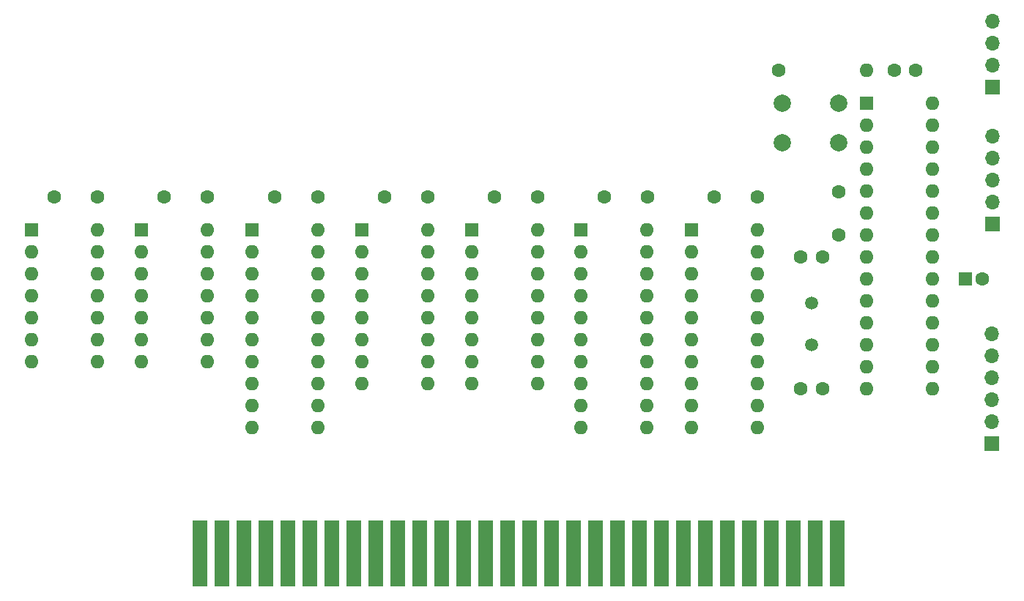
<source format=gbr>
%TF.GenerationSoftware,KiCad,Pcbnew,7.0.9*%
%TF.CreationDate,2023-12-21T22:12:41+08:00*%
%TF.ProjectId,ArduinoMultiInterface,41726475-696e-46f4-9d75-6c7469496e74,rev?*%
%TF.SameCoordinates,Original*%
%TF.FileFunction,Soldermask,Bot*%
%TF.FilePolarity,Negative*%
%FSLAX46Y46*%
G04 Gerber Fmt 4.6, Leading zero omitted, Abs format (unit mm)*
G04 Created by KiCad (PCBNEW 7.0.9) date 2023-12-21 22:12:41*
%MOMM*%
%LPD*%
G01*
G04 APERTURE LIST*
%ADD10C,1.600000*%
%ADD11R,1.700000X1.700000*%
%ADD12O,1.700000X1.700000*%
%ADD13R,1.600000X1.600000*%
%ADD14O,1.600000X1.600000*%
%ADD15R,1.780000X7.620000*%
%ADD16C,1.500000*%
%ADD17C,2.000000*%
G04 APERTURE END LIST*
D10*
%TO.C,C9*%
X141115000Y-103505000D03*
X136115000Y-103505000D03*
%TD*%
D11*
%TO.C,J3*%
X206248000Y-132080000D03*
D12*
X206248000Y-129540000D03*
X206248000Y-127000000D03*
X206248000Y-124460000D03*
X206248000Y-121920000D03*
X206248000Y-119380000D03*
%TD*%
D13*
%TO.C,U7*%
X95250000Y-107315000D03*
D14*
X95250000Y-109855000D03*
X95250000Y-112395000D03*
X95250000Y-114935000D03*
X95250000Y-117475000D03*
X95250000Y-120015000D03*
X95250000Y-122555000D03*
X102870000Y-122555000D03*
X102870000Y-120015000D03*
X102870000Y-117475000D03*
X102870000Y-114935000D03*
X102870000Y-112395000D03*
X102870000Y-109855000D03*
X102870000Y-107315000D03*
%TD*%
D13*
%TO.C,U2*%
X133495000Y-107315000D03*
D14*
X133495000Y-109855000D03*
X133495000Y-112395000D03*
X133495000Y-114935000D03*
X133495000Y-117475000D03*
X133495000Y-120015000D03*
X133495000Y-122555000D03*
X133495000Y-125095000D03*
X141115000Y-125095000D03*
X141115000Y-122555000D03*
X141115000Y-120015000D03*
X141115000Y-117475000D03*
X141115000Y-114935000D03*
X141115000Y-112395000D03*
X141115000Y-109855000D03*
X141115000Y-107315000D03*
%TD*%
D10*
%TO.C,C3*%
X184190000Y-125730000D03*
X186690000Y-125730000D03*
%TD*%
%TO.C,C1*%
X197485000Y-88900000D03*
X194985000Y-88900000D03*
%TD*%
%TO.C,C11*%
X166515000Y-103505000D03*
X161515000Y-103505000D03*
%TD*%
%TO.C,C10*%
X153815000Y-103505000D03*
X148815000Y-103505000D03*
%TD*%
D13*
%TO.C,U1*%
X191770000Y-92710000D03*
D14*
X191770000Y-95250000D03*
X191770000Y-97790000D03*
X191770000Y-100330000D03*
X191770000Y-102870000D03*
X191770000Y-105410000D03*
X191770000Y-107950000D03*
X191770000Y-110490000D03*
X191770000Y-113030000D03*
X191770000Y-115570000D03*
X191770000Y-118110000D03*
X191770000Y-120650000D03*
X191770000Y-123190000D03*
X191770000Y-125730000D03*
X199390000Y-125730000D03*
X199390000Y-123190000D03*
X199390000Y-120650000D03*
X199390000Y-118110000D03*
X199390000Y-115570000D03*
X199390000Y-113030000D03*
X199390000Y-110490000D03*
X199390000Y-107950000D03*
X199390000Y-105410000D03*
X199390000Y-102870000D03*
X199390000Y-100330000D03*
X199390000Y-97790000D03*
X199390000Y-95250000D03*
X199390000Y-92710000D03*
%TD*%
D13*
%TO.C,U4*%
X158750000Y-107315000D03*
D14*
X158750000Y-109855000D03*
X158750000Y-112395000D03*
X158750000Y-114935000D03*
X158750000Y-117475000D03*
X158750000Y-120015000D03*
X158750000Y-122555000D03*
X158750000Y-125095000D03*
X158750000Y-127635000D03*
X158750000Y-130175000D03*
X166370000Y-130175000D03*
X166370000Y-127635000D03*
X166370000Y-125095000D03*
X166370000Y-122555000D03*
X166370000Y-120015000D03*
X166370000Y-117475000D03*
X166370000Y-114935000D03*
X166370000Y-112395000D03*
X166370000Y-109855000D03*
X166370000Y-107315000D03*
%TD*%
D10*
%TO.C,C8*%
X128415000Y-103505000D03*
X123415000Y-103505000D03*
%TD*%
D13*
%TO.C,U9*%
X107950000Y-107315000D03*
D14*
X107950000Y-109855000D03*
X107950000Y-112395000D03*
X107950000Y-114935000D03*
X107950000Y-117475000D03*
X107950000Y-120015000D03*
X107950000Y-122555000D03*
X115570000Y-122555000D03*
X115570000Y-120015000D03*
X115570000Y-117475000D03*
X115570000Y-114935000D03*
X115570000Y-112395000D03*
X115570000Y-109855000D03*
X115570000Y-107315000D03*
%TD*%
D13*
%TO.C,U6*%
X171595000Y-107315000D03*
D14*
X171595000Y-109855000D03*
X171595000Y-112395000D03*
X171595000Y-114935000D03*
X171595000Y-117475000D03*
X171595000Y-120015000D03*
X171595000Y-122555000D03*
X171595000Y-125095000D03*
X171595000Y-127635000D03*
X171595000Y-130175000D03*
X179215000Y-130175000D03*
X179215000Y-127635000D03*
X179215000Y-125095000D03*
X179215000Y-122555000D03*
X179215000Y-120015000D03*
X179215000Y-117475000D03*
X179215000Y-114935000D03*
X179215000Y-112395000D03*
X179215000Y-109855000D03*
X179215000Y-107315000D03*
%TD*%
D13*
%TO.C,C5*%
X203200000Y-113030000D03*
D10*
X205200000Y-113030000D03*
%TD*%
%TO.C,C13*%
X188595000Y-107910000D03*
X188595000Y-102910000D03*
%TD*%
D11*
%TO.C,J2*%
X206375000Y-90805000D03*
D12*
X206375000Y-88265000D03*
X206375000Y-85725000D03*
X206375000Y-83185000D03*
%TD*%
D10*
%TO.C,C12*%
X179215000Y-103505000D03*
X174215000Y-103505000D03*
%TD*%
D13*
%TO.C,U3*%
X146195000Y-107315000D03*
D14*
X146195000Y-109855000D03*
X146195000Y-112395000D03*
X146195000Y-114935000D03*
X146195000Y-117475000D03*
X146195000Y-120015000D03*
X146195000Y-122555000D03*
X146195000Y-125095000D03*
X153815000Y-125095000D03*
X153815000Y-122555000D03*
X153815000Y-120015000D03*
X153815000Y-117475000D03*
X153815000Y-114935000D03*
X153815000Y-112395000D03*
X153815000Y-109855000D03*
X153815000Y-107315000D03*
%TD*%
D10*
%TO.C,C7*%
X115570000Y-103505000D03*
X110570000Y-103505000D03*
%TD*%
%TO.C,C6*%
X102870000Y-103505000D03*
X97870000Y-103505000D03*
%TD*%
D15*
%TO.C,J1*%
X188391800Y-144780000D03*
X185851800Y-144780000D03*
X183311800Y-144780000D03*
X180771800Y-144780000D03*
X178231800Y-144780000D03*
X175691800Y-144780000D03*
X173151800Y-144780000D03*
X170611800Y-144780000D03*
X168071800Y-144780000D03*
X165531800Y-144780000D03*
X162991800Y-144780000D03*
X160451800Y-144780000D03*
X157911800Y-144780000D03*
X155371800Y-144780000D03*
X152831800Y-144780000D03*
X150291800Y-144780000D03*
X147751800Y-144780000D03*
X145211800Y-144780000D03*
X142671800Y-144780000D03*
X140131800Y-144780000D03*
X137591800Y-144780000D03*
X135051800Y-144780000D03*
X132511800Y-144780000D03*
X129971800Y-144780000D03*
X127431800Y-144780000D03*
X124891800Y-144780000D03*
X122351800Y-144780000D03*
X119811800Y-144780000D03*
X117271800Y-144780000D03*
X114731800Y-144780000D03*
%TD*%
D16*
%TO.C,Y1*%
X185420000Y-115750000D03*
X185420000Y-120650000D03*
%TD*%
D17*
%TO.C,SW1*%
X188595000Y-97210000D03*
X182095000Y-97210000D03*
X188595000Y-92710000D03*
X182095000Y-92710000D03*
%TD*%
D10*
%TO.C,C2*%
X184190000Y-110490000D03*
X186690000Y-110490000D03*
%TD*%
%TO.C,R1*%
X181610000Y-88900000D03*
D14*
X191770000Y-88900000D03*
%TD*%
D13*
%TO.C,U5*%
X120795000Y-107315000D03*
D14*
X120795000Y-109855000D03*
X120795000Y-112395000D03*
X120795000Y-114935000D03*
X120795000Y-117475000D03*
X120795000Y-120015000D03*
X120795000Y-122555000D03*
X120795000Y-125095000D03*
X120795000Y-127635000D03*
X120795000Y-130175000D03*
X128415000Y-130175000D03*
X128415000Y-127635000D03*
X128415000Y-125095000D03*
X128415000Y-122555000D03*
X128415000Y-120015000D03*
X128415000Y-117475000D03*
X128415000Y-114935000D03*
X128415000Y-112395000D03*
X128415000Y-109855000D03*
X128415000Y-107315000D03*
%TD*%
D11*
%TO.C,J4*%
X206375000Y-106650000D03*
D12*
X206375000Y-104110000D03*
X206375000Y-101570000D03*
X206375000Y-99030000D03*
X206375000Y-96490000D03*
%TD*%
M02*

</source>
